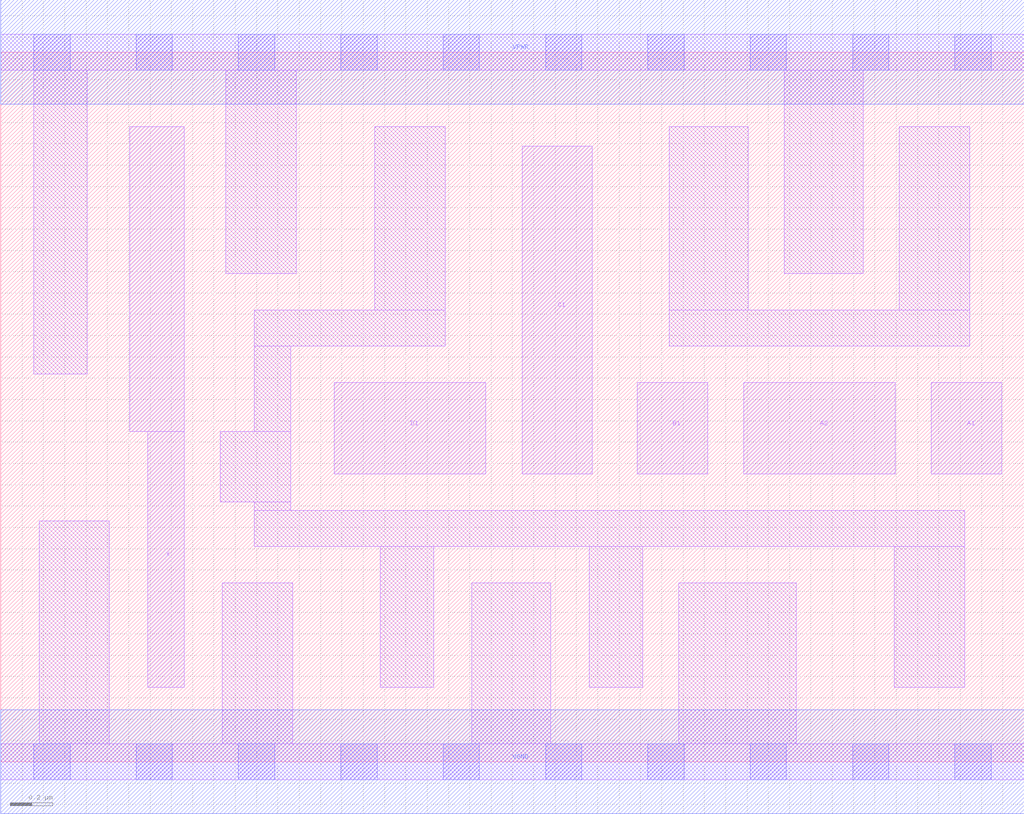
<source format=lef>
# Copyright 2020 The SkyWater PDK Authors
#
# Licensed under the Apache License, Version 2.0 (the "License");
# you may not use this file except in compliance with the License.
# You may obtain a copy of the License at
#
#     https://www.apache.org/licenses/LICENSE-2.0
#
# Unless required by applicable law or agreed to in writing, software
# distributed under the License is distributed on an "AS IS" BASIS,
# WITHOUT WARRANTIES OR CONDITIONS OF ANY KIND, either express or implied.
# See the License for the specific language governing permissions and
# limitations under the License.
#
# SPDX-License-Identifier: Apache-2.0

VERSION 5.5 ;
NAMESCASESENSITIVE ON ;
BUSBITCHARS "[]" ;
DIVIDERCHAR "/" ;
MACRO sky130_fd_sc_ls__a2111o_2
  CLASS CORE ;
  SOURCE USER ;
  ORIGIN  0.000000  0.000000 ;
  SIZE  4.800000 BY  3.330000 ;
  SYMMETRY X Y ;
  SITE unit ;
  PIN A1
    ANTENNAGATEAREA  0.279000 ;
    DIRECTION INPUT ;
    USE SIGNAL ;
    PORT
      LAYER li1 ;
        RECT 4.365000 1.350000 4.695000 1.780000 ;
    END
  END A1
  PIN A2
    ANTENNAGATEAREA  0.279000 ;
    DIRECTION INPUT ;
    USE SIGNAL ;
    PORT
      LAYER li1 ;
        RECT 3.485000 1.350000 4.195000 1.780000 ;
    END
  END A2
  PIN B1
    ANTENNAGATEAREA  0.279000 ;
    DIRECTION INPUT ;
    USE SIGNAL ;
    PORT
      LAYER li1 ;
        RECT 2.985000 1.350000 3.315000 1.780000 ;
    END
  END B1
  PIN C1
    ANTENNAGATEAREA  0.279000 ;
    DIRECTION INPUT ;
    USE SIGNAL ;
    PORT
      LAYER li1 ;
        RECT 2.445000 1.350000 2.775000 2.890000 ;
    END
  END C1
  PIN D1
    ANTENNAGATEAREA  0.279000 ;
    DIRECTION INPUT ;
    USE SIGNAL ;
    PORT
      LAYER li1 ;
        RECT 1.565000 1.350000 2.275000 1.780000 ;
    END
  END D1
  PIN X
    ANTENNADIFFAREA  0.543200 ;
    DIRECTION OUTPUT ;
    USE SIGNAL ;
    PORT
      LAYER li1 ;
        RECT 0.605000 1.550000 0.860000 2.980000 ;
        RECT 0.690000 0.350000 0.860000 1.550000 ;
    END
  END X
  PIN VGND
    DIRECTION INOUT ;
    SHAPE ABUTMENT ;
    USE GROUND ;
    PORT
      LAYER met1 ;
        RECT 0.000000 -0.245000 4.800000 0.245000 ;
    END
  END VGND
  PIN VPWR
    DIRECTION INOUT ;
    SHAPE ABUTMENT ;
    USE POWER ;
    PORT
      LAYER met1 ;
        RECT 0.000000 3.085000 4.800000 3.575000 ;
    END
  END VPWR
  OBS
    LAYER li1 ;
      RECT 0.000000 -0.085000 4.800000 0.085000 ;
      RECT 0.000000  3.245000 4.800000 3.415000 ;
      RECT 0.155000  1.820000 0.405000 3.245000 ;
      RECT 0.180000  0.085000 0.510000 1.130000 ;
      RECT 1.030000  1.220000 1.360000 1.550000 ;
      RECT 1.040000  0.085000 1.370000 0.840000 ;
      RECT 1.055000  2.290000 1.385000 3.245000 ;
      RECT 1.190000  1.010000 4.520000 1.180000 ;
      RECT 1.190000  1.180000 1.360000 1.220000 ;
      RECT 1.190000  1.550000 1.360000 1.950000 ;
      RECT 1.190000  1.950000 2.085000 2.120000 ;
      RECT 1.755000  2.120000 2.085000 2.980000 ;
      RECT 1.780000  0.350000 2.030000 1.010000 ;
      RECT 2.210000  0.085000 2.580000 0.840000 ;
      RECT 2.760000  0.350000 3.010000 1.010000 ;
      RECT 3.135000  1.950000 4.545000 2.120000 ;
      RECT 3.135000  2.120000 3.505000 2.980000 ;
      RECT 3.180000  0.085000 3.730000 0.840000 ;
      RECT 3.675000  2.290000 4.045000 3.245000 ;
      RECT 4.190000  0.350000 4.520000 1.010000 ;
      RECT 4.215000  2.120000 4.545000 2.980000 ;
    LAYER mcon ;
      RECT 0.155000 -0.085000 0.325000 0.085000 ;
      RECT 0.155000  3.245000 0.325000 3.415000 ;
      RECT 0.635000 -0.085000 0.805000 0.085000 ;
      RECT 0.635000  3.245000 0.805000 3.415000 ;
      RECT 1.115000 -0.085000 1.285000 0.085000 ;
      RECT 1.115000  3.245000 1.285000 3.415000 ;
      RECT 1.595000 -0.085000 1.765000 0.085000 ;
      RECT 1.595000  3.245000 1.765000 3.415000 ;
      RECT 2.075000 -0.085000 2.245000 0.085000 ;
      RECT 2.075000  3.245000 2.245000 3.415000 ;
      RECT 2.555000 -0.085000 2.725000 0.085000 ;
      RECT 2.555000  3.245000 2.725000 3.415000 ;
      RECT 3.035000 -0.085000 3.205000 0.085000 ;
      RECT 3.035000  3.245000 3.205000 3.415000 ;
      RECT 3.515000 -0.085000 3.685000 0.085000 ;
      RECT 3.515000  3.245000 3.685000 3.415000 ;
      RECT 3.995000 -0.085000 4.165000 0.085000 ;
      RECT 3.995000  3.245000 4.165000 3.415000 ;
      RECT 4.475000 -0.085000 4.645000 0.085000 ;
      RECT 4.475000  3.245000 4.645000 3.415000 ;
  END
END sky130_fd_sc_ls__a2111o_2

</source>
